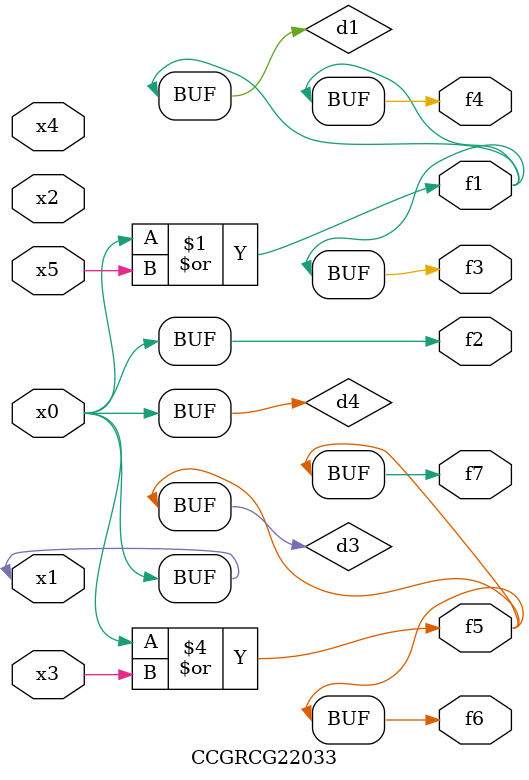
<source format=v>
module CCGRCG22033(
	input x0, x1, x2, x3, x4, x5,
	output f1, f2, f3, f4, f5, f6, f7
);

	wire d1, d2, d3, d4;

	or (d1, x0, x5);
	xnor (d2, x1, x4);
	or (d3, x0, x3);
	buf (d4, x0, x1);
	assign f1 = d1;
	assign f2 = d4;
	assign f3 = d1;
	assign f4 = d1;
	assign f5 = d3;
	assign f6 = d3;
	assign f7 = d3;
endmodule

</source>
